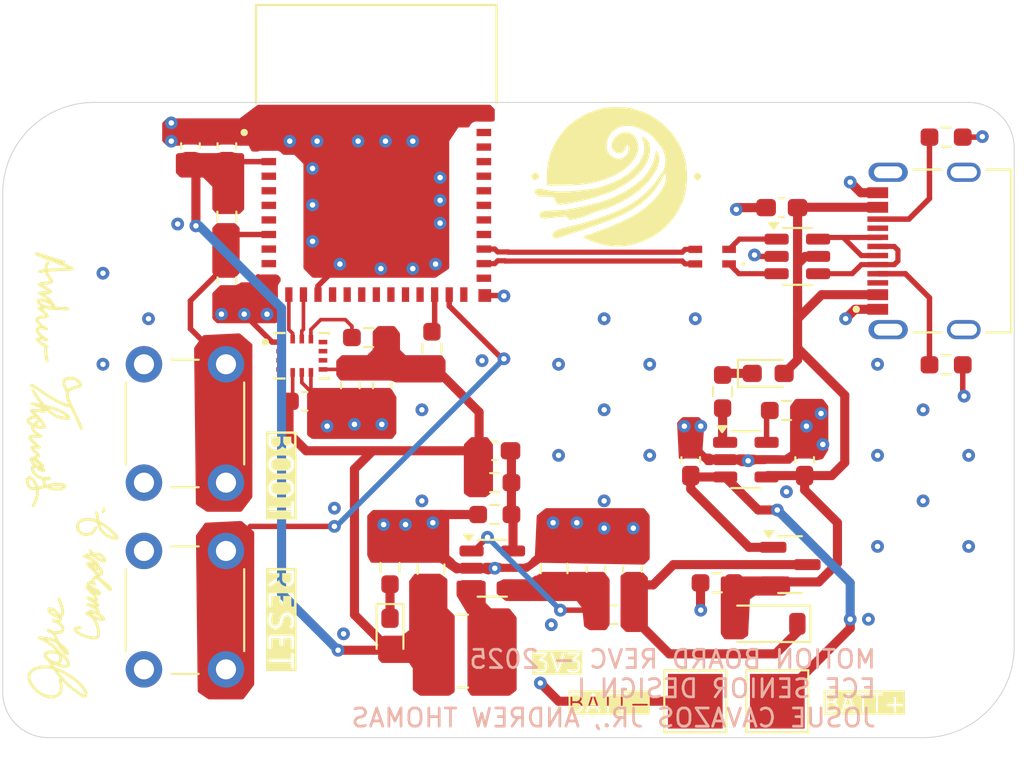
<source format=kicad_pcb>
(kicad_pcb (version 20240108) (generator "pcbnew") (generator_version "8.0")
  (title_block (title "Motion Board") (date "2025-02-20") (rev "C") (company "GlideSense Pro") (comment 1 "Josue Cavazos Jr.") (comment 2 "Andrew Thomas"))
  (layers (0 "F.Cu" signal) (1 "In1.Cu" power) (2 "In2.Cu" power) (31 "B.Cu" signal) (34 "B.Paste" user) (35 "F.Paste" user) (36 "B.SilkS" user "B.Silkscreen") (37 "F.SilkS" user "F.Silkscreen") (38 "B.Mask" user) (39 "F.Mask" user) (44 "Edge.Cuts" user))
  (net 0 "")
  (net 1 "GND")
  (net 2 "SCL")
  (net 3 "SDA")
  (net 4 "/MCU/GPIO9")
  (net 5 "+3V3")
  (net 6 "/MCU/GPIO8")
  (net 7 "/MCU/CHIP_PU")
  (net 8 "/MCU/USB_CONN_D+")
  (net 9 "/MCU/USB_CONN_D-")
  (net 10 "VBUS")
  (net 11 "/MCU/USB_CONN_CC1")
  (net 12 "/MCU/USB_CONN_CC2")
  (net 13 "/MCU/USB_CMC_D+")
  (net 14 "/MCU/USB_CMC_D-")
  (net 15 "/MCU/USB_D-")
  (net 16 "/MCU/USB_D+")
  (net 17 "VDD")
  (net 18 "VCC")
  (net 19 "/Power/BUCK_FB_3V3")
  (net 20 "+BATT")
  (net 50 "/Power/BUCK_SW_3V3")
  (net 57 "/Power/STAT")
  (net 58 "/Power/PROG")
  (net 59 "/Motion/CS")
  (net 60 "/Power/LED_PWR")
  (net 61 "/Power/LED_STAT")
  (footprint "Resistor_SMD:R_0603_1608Metric_Pad0.98x0.95mm_HandSolder" (layer "F.Cu") (at 159.1 116.8 90)
    (property "Reference" "R103" (hide yes))
    (property "Value" "1k")
  )
  (footprint "Resistor_SMD:R_0603_1608Metric_Pad0.98x0.95mm_HandSolder" (layer "F.Cu") (at 171.3625 115.33)
    (property "Reference" "R202" (hide yes))
    (property "Value" "5k1")
  )
  (footprint "Capacitor_SMD:C_0603_1608Metric_Pad1.08x0.95mm_HandSolder" (layer "F.Cu") (at 136.1725 117.3325)
    (property "Reference" "C301" (hide yes))
    (property "Value" "100n")
  )
  (footprint "Inductor_SMD:L_0603_1608Metric_Pad1.05x0.95mm_HandSolder" (layer "F.Cu") (at 153.15 129.05 180)
    (property "Reference" "FB100" (hide yes))
    (property "Value" "120R")
  )
  (footprint "Resistor_SMD:R_0603_1608Metric_Pad0.98x0.95mm_HandSolder" (layer "F.Cu") (at 146.6 121.8)
    (property "Reference" "R100" (hide yes))
    (property "Value" "100k")
  )
  (footprint "Button_Switch_THT:SW_PUSH_6mm" (layer "F.Cu") (at 127.349999 121.8 90)
    (property "Reference" "SW200" (hide yes))
    (property "Value" "SW_Omron_B3FS")
  )
  (footprint "Diode_SMD:D_SOD-123" (layer "F.Cu") (at 161.55 129.549999 180)
    (property "Reference" "D102" (hide yes))
    (property "Value" "B5819W")
  )
  (footprint "Package_TO_SOT_SMD:SOT-23" (layer "F.Cu") (at 162.8 126.3)
    (property "Reference" "Q100" (hide yes))
    (property "Value" "DMG3415U")
  )
  (footprint "Package_TO_SOT_SMD:SOT-23-6" (layer "F.Cu") (at 163.2 109.3775)
    (property "Reference" "U201" (hide yes))
    (property "Value" "USBLC6-2SC6")
  )
  (footprint "Capacitor_SMD:C_0603_1608Metric_Pad1.08x0.95mm_HandSolder" (layer "F.Cu") (at 162.35 106.7 180)
    (property "Reference" "C203" (hide yes))
    (property "Value" "100n")
  )
  (footprint "USB-C:PHOENIX_1332645" (layer "F.Cu") (at 174.9325 113.55 90)
    (property "Reference" "J200" (hide yes))
    (property "Value" "1332645")
  )
  (footprint "Capacitor_SMD:C_0603_1608Metric_Pad1.08x0.95mm_HandSolder" (layer "F.Cu") (at 152.15 126.55 90)
    (property "Reference" "C101" (hide yes))
    (property "Value" "1u")
  )
  (footprint "Resistor_SMD:R_0603_1608Metric_Pad0.98x0.95mm_HandSolder" (layer "F.Cu") (at 162.6 117.837501)
    (property "Reference" "R104" (hide yes))
    (property "Value" "25k")
  )
  (footprint "MountingHole:MountingHole_2.2mm_M2" (layer "F.Cu") (at 170.489268 130.8)
    (property "Reference" "H101" (hide yes))
    (property "Value" "MountingHole")
  )
  (footprint "MountingHole:MountingHole_2.2mm_M2" (layer "F.Cu") (at 124.6 105.925)
    (property "Reference" "H100" (hide yes))
    (property "Value" "MountingHole")
  )
  (footprint "Capacitor_SMD:C_0603_1608Metric_Pad1.08x0.95mm_HandSolder" (layer "F.Cu") (at 131.9 103.312499 90)
    (property "Reference" "C200" (hide yes))
    (property "Value" "100n")
  )
  (footprint "CMC:FIL_ACM2012-900-2P-T002" (layer "F.Cu") (at 158.53 109.39 180)
    (property "Reference" "FL200" (hide yes))
    (property "Value" "ACM2012-900-2P-T002")
  )
  (footprint "Capacitor_SMD:C_0603_1608Metric_Pad1.08x0.95mm_HandSolder" (layer "F.Cu") (at 154.15 126.55 90)
    (property "Reference" "C100" (hide yes))
    (property "Value" "1u")
  )
  (footprint "Capacitor_SMD:C_0603_1608Metric_Pad1.08x0.95mm_HandSolder" (layer "F.Cu") (at 138.6725 116.469999 -90)
    (property "Reference" "C302" (hide yes))
    (property "Value" "100n")
  )
  (footprint "Capacitor_SMD:C_0603_1608Metric_Pad1.08x0.95mm_HandSolder" (layer "F.Cu") (at 163.6 120.55 90)
    (property "Reference" "C105" (hide yes))
    (property "Value" "10u")
  )
  (footprint "Resistor_SMD:R_0603_1608Metric_Pad0.98x0.95mm_HandSolder" (layer "F.Cu") (at 139.6725 113.8325 180)
    (property "Reference" "R300" (hide yes))
    (property "Value" "0R")
  )
  (footprint "TestPoint:TestPoint_Pad_3.0x3.0mm" (layer "F.Cu") (at 157.6 133.8)
    (property "Reference" "TP201" (hide yes))
    (property "Value" "Battery-")
  )
  (footprint "Resistor_SMD:R_0603_1608Metric_Pad0.98x0.95mm_HandSolder" (layer "F.Cu") (at 158.8 127.3)
    (property "Reference" "R105" (hide yes))
    (property "Value" "100k")
  )
  (footprint "Button_Switch_THT:SW_PUSH_6mm" (layer "F.Cu") (at 127.349999 132.05 90)
    (property "Reference" "SW201" (hide yes))
    (property "Value" "SW_Omron_B3FS")
  )
  (footprint "Package_TO_SOT_SMD:SOT-23-5" (layer "F.Cu") (at 146.4625 126.499999)
    (property "Reference" "U100" (hide yes))
    (property "Value" "TLV62569DBV")
  )
  (footprint "Capacitor_SMD:C_0603_1608Metric_Pad1.08x0.95mm_HandSolder" (layer "F.Cu") (at 140.4225 116.469999 -90)
    (property "Reference" "C300" (hide yes))
    (property "Value" "10u")
  )
  (footprint "Capacitor_SMD:C_0805_2012Metric_Pad1.18x1.45mm_HandSolder" (layer "F.Cu") (at 149.85 126.5125 90)
    (property "Reference" "C102" (hide yes))
    (property "Value" "22u")
  )
  (footprint "Package_TO_SOT_SMD:SOT-23-5" (layer "F.Cu") (at 160.375 120.537501)
    (property "Reference" "U101" (hide yes))
    (property "Value" "MCP73831-2-OT")
  )
  (footprint "LOGO" (layer "F.Cu") (at 121.6 116.8 -90)
    (property "Reference" "G***" (hide yes))
    (property "Value" "LOGO" (hide yes))
  )
  (footprint "Resistor_SMD:R_0603_1608Metric_Pad0.98x0.95mm_HandSolder" (layer "F.Cu") (at 146.6 123.549999 180)
    (property "Reference" "R102" (hide yes))
    (property "Value" "22k")
  )
  (footprint "LED_SMD:LED_0603_1608Metric_Pad1.05x0.95mm_HandSolder" (layer "F.Cu") (at 161.6 115.8)
    (property "Reference" "D101" (hide yes))
    (property "Value" "RED")
  )
  (footprint "Capacitor_SMD:C_0603_1608Metric_Pad1.08x0.95mm_HandSolder" (layer "F.Cu") (at 129.9 103.312499 90)
    (property "Reference" "C201" (hide yes))
    (property "Value" "10u")
  )
  (footprint "ICM_42670_P:XDCR_ICM-42670-P" (layer "F.Cu") (at 136.01 114.8325)
    (property "Reference" "MT300" (hide yes))
    (property "Value" "ICM-42670-P")
  )
  (footprint "ESP32_C3_MINI_1_N4:XCVR_ESP32-C3-MINI-1-N4" (layer "F.Cu") (at 140.1 103.875)
    (property "Reference" "U200" (hide yes))
    (property "Value" "ESP32-C3-MINI-1-N4")
  )
  (footprint "LOGO" (layer "F.Cu") (at 153.2 105)
    (property "Reference" "G***" (hide yes))
    (property "Value" "LOGO" (hide yes))
  )
  (footprint "Capacitor_SMD:C_0603_1608Metric_Pad1.08x0.95mm_HandSolder" (layer "F.Cu") (at 157.35 120.55 90)
    (property "Reference" "C106" (hide yes))
    (property "Value" "10u")
  )
  (footprint "Power Inductor:IND_VLS4015CX-100M-H" (layer "F.Cu") (at 144.85 131.05 180)
    (property "Reference" "L100" (hide yes))
    (property "Value" "10u")
  )
  (footprint "Capacitor_SMD:C_0805_2012Metric_Pad1.18x1.45mm_HandSolder" (layer "F.Cu") (at 143.1 126.55 90)
    (property "Reference" "C103" (hide yes))
    (property "Value" "22u")
  )
  (footprint "Resistor_SMD:R_0603_1608Metric_Pad0.98x0.95mm_HandSolder" (layer "F.Cu") (at 131.9 107.175 -90)
    (property "Reference" "R200" (hide yes))
    (property "Value" "10k")
  )
  (footprint "TestPoint:TestPoint_Pad_3.0x3.0mm" (layer "F.Cu") (at 162.1 133.8)
    (property "Reference" "TP200" (hide yes))
    (property "Value" "Battery+")
  )
  (footprint "Capacitor_SMD:C_0603_1608Metric_Pad1.08x0.95mm_HandSolder" (layer "F.Cu") (at 131.9 110.675 -90)
    (property "Reference" "C202" (hide yes))
    (property "Value" "10u")
  )
  (footprint "Capacitor_SMD:C_0603_1608Metric_Pad1.08x0.95mm_HandSolder" (layer "F.Cu") (at 146.6 120.05)
    (property "Reference" "C104" (hide yes))
    (property "Value" "DNP")
  )
  (footprint "Resistor_SMD:R_0603_1608Metric_Pad0.98x0.95mm_HandSolder" (layer "F.Cu") (at 171.3625 102.83)
    (property "Reference" "R203" (hide yes))
    (property "Value" "5k1")
  )
  (footprint "Resistor_SMD:R_0603_1608Metric_Pad0.98x0.95mm_HandSolder" (layer "F.Cu") (at 140.85 126.4625 90)
    (property "Reference" "R101" (hide yes))
    (property "Value" "1k")
  )
  (footprint "Resistor_SMD:R_0603_1608Metric_Pad0.98x0.95mm_HandSolder" (layer "F.Cu") (at 143.15 114.425 90)
    (property "Reference" "R201" (hide yes))
    (property "Value" "10k")
  )
  (footprint "LED_SMD:LED_0603_1608Metric_Pad1.05x0.95mm_HandSolder" (layer "F.Cu") (at 140.85 130.125002 -90)
    (property "Reference" "D100" (hide yes))
    (property "Value" "GREEN")
  )
  (footprint "LOGO" (layer "F.Cu") (at 123.6 128.1 90)
    (property "Reference" "G***" (hide yes))
    (property "Value" "LOGO" (hide yes))
  )
  (gr_arc (start 175.1 130.8) (mid 173.635534 134.335534) (end 170.1 135.8) (stroke (width 0.05)) (layer "Edge.Cuts"))
  (gr_line (start 119.6 105.925) (end 119.6 133.3) (stroke (width 0.05)) (layer "Edge.Cuts"))
  (gr_line (start 122.1 135.8) (end 170.1 135.8) (stroke (width 0.05)) (layer "Edge.Cuts"))
  (gr_arc (start 119.6 105.925) (mid 121.064466 102.389466) (end 124.6 100.925) (stroke (width 0.05)) (layer "Edge.Cuts"))
  (gr_line (start 124.6 100.925) (end 172.6 100.925) (stroke (width 0.05)) (layer "Edge.Cuts"))
  (gr_line (start 175.1 103.425) (end 175.1 130.8) (stroke (width 0.05)) (layer "Edge.Cuts"))
  (gr_arc (start 172.6 100.925) (mid 174.367767 101.657233) (end 175.1 103.425) (stroke (width 0.05)) (layer "Edge.Cuts"))
  (gr_arc (start 122.1 135.8) (mid 120.332233 135.067767) (end 119.6 133.3) (stroke (width 0.05)) (layer "Edge.Cuts"))
  (gr_text "MOTION BOARD REVC - 2025\nECE SENIOR DESIGN I\nJOSUE CAVAZOS JR., ANDREW THOMAS" (at 167.6 135.3 0) (layer "B.SilkS") (effects (font (size 1 1)) (justify left bottom mirror)))
  (gr_text "BATT+" (at 164.5 134.5 0) (layer "F.SilkS" knockout) (effects (font (size 1 1) (thickness 0.1)) (justify left bottom)))
  (gr_text "3V3" (at 148.6 132.3 0) (layer "F.SilkS" knockout) (effects (font (size 1 1) (thickness 0.1)) (justify left bottom)))
  (gr_text "BOOT" (at 134.1 118.8 -90) (layer "F.SilkS" knockout) (effects (font (size 1.25 1.25)) (justify left bottom)))
  (gr_text "RESET" (at 134.1 126.3 -90) (layer "F.SilkS" knockout) (effects (font (size 1.25 1.25)) (justify left bottom)))
  (gr_text "BATT-" (at 150.5 134.5 0) (layer "F.SilkS" knockout) (effects (font (size 1 1) (thickness 0.1)) (justify left bottom)))
  (segment (start 136.01 115.745) (end 136.01 116.307499) (width 0.2) (layer "F.Cu") (net 1))
  (segment (start 166.37 112.28) (end 165.85 112.8) (width 0.5) (layer "F.Cu") (net 1))
  (segment (start 157.6 133.8) (end 150.1 133.8) (width 0.5) (layer "F.Cu") (net 1))
  (segment (start 143.650001 123.549999) (end 143.2 124) (width 0.5) (layer "F.Cu") (net 1))
  (segment (start 166.68 105.88) (end 166.1 105.3) (width 0.5) (layer "F.Cu") (net 1))
  (segment (start 136.51 116.807499) (end 137.035001 117.3325) (width 0.2) (layer "F.Cu") (net 1))
  (segment (start 172.275 102.83) (end 173.32 102.83) (width 0.3) (layer "F.Cu") (net 1))
  (segment (start 145.6875 123.549999) (end 143.650001 123.549999) (width 0.5) (layer "F.Cu") (net 1))
  (segment (start 136.9 111.475) (end 136.9 111) (width 0.3) (layer "F.Cu") (net 1))
  (segment (start 157.8875 127.3) (end 157.8875 128.7875) (width 0.5) (layer "F.Cu") (net 1))
  (segment (start 161.487499 106.7) (end 159.95 106.7) (width 0.5) (layer "F.Cu") (net 1))
  (segment (start 146.05 111.525) (end 147.075 111.525) (width 0.3) (layer "F.Cu") (net 1))
  (segment (start 173.32 102.83) (end 173.35 102.8) (width 0.3) (layer "F.Cu") (net 1))
  (segment (start 147.075 111.525) (end 147.1 111.55) (width 0.3) (layer "F.Cu") (net 1))
  (segment (start 136.01 116.307499) (end 137.035001 117.3325) (width 0.2) (layer "F.Cu") (net 1))
  (segment (start 167.612499 105.88) (end 166.68 105.88) (width 0.5) (layer "F.Cu") (net 1))
  (segment (start 150.1 133.8) (end 149.1 132.8) (width 0.5) (layer "F.Cu") (net 1))
  (segment (start 172.275 116.975) (end 172.35 117.05) (width 0.3) (layer "F.Cu") (net 1))
  (segment (start 172.275 115.33) (end 172.275 116.975) (width 0.3) (layer "F.Cu") (net 1))
  (segment (start 136.9 111) (end 138.1 109.8) (width 0.3) (layer "F.Cu") (net 1))
  (segment (start 167.6125 112.28) (end 166.37 112.28) (width 0.5) (layer "F.Cu") (net 1))
  (segment (start 136.51 115.745) (end 136.51 116.807499) (width 0.2) (layer "F.Cu") (net 1))
  (segment (start 159.95 106.7) (end 159.85 106.8) (width 0.5) (layer "F.Cu") (net 1))
  (segment (start 162.0625 109.3775) (end 160.9275 109.3775) (width 0.3) (layer "F.Cu") (net 1))
  (segment (start 160.9275 109.3775) (end 160.85 109.3) (width 0.3) (layer "F.Cu") (net 1))
  (segment (start 134.3825 114.0825) (end 132.85 112.55) (width 0.3) (layer "F.Cu") (net 1))
  (segment (start 134.8475 114.0825) (end 134.3825 114.0825) (width 0.3) (layer "F.Cu") (net 1))
  (segment (start 157.8875 128.7875) (end 157.9 128.8) (width 0.5) (layer "F.Cu") (net 1))
  (via (at 143.2 124) (size 0.7) (drill 0.3) (layers "F.Cu" "B.Cu") (net 1))
  (via (at 138.9 118.6) (size 0.7) (drill 0.3) (layers "F.Cu" "B.Cu") (net 1))
  (via (at 162.6 122.3) (size 0.7) (drill 0.3) (layers "F.Cu" "B.Cu") (net 1))
  (via (at 143.6 105.05) (size 0.7) (drill 0.3) (layers "F.Cu" "B.Cu") (net 1))
  (via (at 149.7 129.6) (size 0.7) (drill 0.3) (layers "F.Cu" "B.Cu") (net 1))
  (via (at 136.6 106.55) (size 0.7) (drill 0.3) (layers "F.Cu" "B.Cu") (net 1))
  (via (at 128.85 103.05) (size 0.7) (drill 0.3) (layers "F.Cu" "B.Cu") (net 1))
  (via (at 139.1 103.05) (size 0.7) (drill 0.3) (layers "F.Cu" "B.Cu") (net 1))
  (via (at 136.6 104.55) (size 0.7) (drill 0.3) (layers "F.Cu" "B.Cu") (net 1))
  (via (at 152.6 124.3) (size 0.7) (drill 0.3) (layers "F.Cu" "B.Cu") (net 1))
  (via (at 129.2 107.6) (size 0.7) (drill 0.3) (layers "F.Cu" "B.Cu") (net 1))
  (via (at 136.6 108.55) (size 0.7) (drill 0.3) (layers "F.Cu" "B.Cu") (net 1))
  (via (at 127.6 112.8) (size 0.7) (drill 0.3) (layers "F.Cu" "B.Cu") (net 1))
  (via (at 167.6 125.3) (size 0.7) (drill 0.3) (layers "F.Cu" "B.Cu") (net 1))
  (via (at 164.5 118) (size 0.7) (drill 0.3) (layers "F.Cu" "B.Cu") (net 1))
  (via (at 131.6 112.55) (size 0.7) (drill 0.3) (layers "F.Cu" "B.Cu") (net 1))
  (via (at 172.35 117.05) (size 0.7) (drill 0.3) (layers "F.Cu" "B.Cu") (net 1))
  (via (at 165.85 112.8) (size 0.7) (drill 0.3) (layers "F.Cu" "B.Cu") (net 1))
  (via (at 157.9 128.8) (size 0.7) (drill 0.3) (layers "F.Cu" "B.Cu") (net 1))
  (via (at 172.6 120.3) (size 0.7) (drill 0.3) (layers "F.Cu" "B.Cu") (net 1))
  (via (at 142.1 110.05) (size 0.7) (drill 0.3) (layers "F.Cu" "B.Cu") (net 1))
  (via (at 150.1 120.3) (size 0.7) (drill 0.3) (layers "F.Cu" "B.Cu") (net 1))
  (via (at 137.4 118.7) (size 0.7) (drill 0.3) (layers "F.Cu" "B.Cu") (net 1))
  (via (at 157.6 112.8) (size 0.7) (drill 0.3) (layers "F.Cu" "B.Cu") (net 1))
  (via (at 143.35 109.8) (size 0.7) (drill 0.3) (layers "F.Cu" "B.Cu") (net 1))
  (via (at 142.6 117.8) (size 0.7) (drill 0.3) (layers "F.Cu" "B.Cu") (net 1))
  (via (at 145.9 115.1) (size 0.7) (drill 0.3) (layers "F.Cu" "B.Cu") (net 1))
  (via (at 155.1 115.3) (size 0.7) (drill 0.3) (layers "F.Cu" "B.Cu") (net 1))
  (via (at 163.7 118.7) (size 0.7) (drill 0.3) (layers "F.Cu" "B.Cu") (net 1))
  (via (at 147.1 111.55) (size 0.7) (drill 0.3) (layers "F.Cu" "B.Cu") (net 1))
  (via (at 125.1 115.3) (size 0.7) (drill 0.3) (layers "F.Cu" "B.Cu") (net 1))
  (via (at 143.6 107.55) (size 0.7) (drill 0.3) (layers "F.Cu" "B.Cu") (net 1))
  (via (at 160.85 109.3) (size 0.7) (drill 0.3) (layers "F.Cu" "B.Cu") (net 1))
  (via (at 140.35 110.05) (size 0.7) (drill 0.3) (layers "F.Cu" "B.Cu") (net 1))
  (via (at 142.6 122.8) (size 0.7) (drill 0.3) (layers "F.Cu" "B.Cu") (net 1))
  (via (at 155.1 120.3) (size 0.7) (drill 0.3) (layers "F.Cu" "B.Cu") (net 1))
  (via (at 167.1 129.3) (size 0.7) (drill 0.3) (layers "F.Cu" "B.Cu") (net 1))
  (via (at 170.1 117.8) (size 0.7) (drill 0.3) (layers "F.Cu" "B.Cu") (net 1))
  (via (at 140.4 118.6) (size 0.7) (drill 0.3) (layers "F.Cu" "B.Cu") (net 1))
  (via (at 141.7 124.1) (size 0.7) (drill 0.3) (layers "F.Cu" "B.Cu") (net 1))
  (via (at 152.6 122.8) (size 0.7) (drill 0.3) (layers "F.Cu" "B.Cu") (net 1))
  (via (at 159.85 106.8) (size 0.7) (drill 0.3) (layers "F.Cu" "B.Cu") (net 1))
  (via (at 125.1 110.3) (size 0.7) (drill 0.3) (layers "F.Cu" "B.Cu") (net 1))
  (via (at 154.2 124.3) (size 0.7) (drill 0.3) (layers "F.Cu" "B.Cu") (net 1))
  (via (at 150.1 115.3) (size 0.7) (drill 0.3) (layers "F.Cu" "B.Cu") (net 1))
  (via (at 167.6 120.3) (size 0.7) (drill 0.3) (layers "F.Cu" "B.Cu") (net 1))
  (via (at 157 118.7) (size 0.7) (drill 0.3) (layers "F.Cu" "B.Cu") (net 1))
  (via (at 140.5 124.1) (size 0.7) (drill 0.3) (layers "F.Cu" "B.Cu") (net 1))
  (via (at 157.9 118.7) (size 0.7) (drill 0.3) (layers "F.Cu" "B.Cu") (net 1))
  (via (at 173.35 102.8) (size 0.7) (drill 0.3) (layers "F.Cu" "B.Cu") (net 1))
  (via (at 143.6 106.3) (size 0.7) (drill 0.3) (layers "F.Cu" "B.Cu") (net 1))
  (via (at 134.1 112.55) (size 0.7) (drill 0.3) (layers "F.Cu" "B.Cu") (net 1))
  (via (at 172.6 125.3) (size 0.7) (drill 0.3) (layers "F.Cu" "B.Cu") (net 1))
  (via (at 135.35 103.05) (size 0.7) (drill 0.3) (layers "F.Cu" "B.Cu") (net 1))
  (via (at 160.5 120.6) (size 0.7) (drill 0.3) (layers "F.Cu" "B.Cu") (net 1))
  (via (at 152.6 112.8) (size 0.7) (drill 0.3) (layers "F.Cu" "B.Cu") (net 1))
  (via (at 132.85 112.55) (size 0.7) (drill 0.3) (layers "F.Cu" "B.Cu") (net 1))
  (via (at 138.3 130.1) (size 0.7) (drill 0.3) (layers "F.Cu" "B.Cu") (net 1))
  (via (at 136.85 103.05) (size 0.7) (drill 0.3) (layers "F.Cu" "B.Cu") (net 1))
  (via (at 170.1 122.8) (size 0.7) (drill 0.3) (layers "F.Cu" "B.Cu") (net 1))
  (via (at 166.1 105.3) (size 0.7) (drill 0.3) (layers "F.Cu" "B.Cu") (net 1))
  (via (at 149.1 132.8) (size 0.7) (drill 0.3) (layers "F.Cu" "B.Cu") (net 1))
  (via (at 146.6 126.5) (size 0.7) (drill 0.3) (layers "F.Cu" "B.Cu") (net 1))
  (via (at 152.6 117.8) (size 0.7) (drill 0.3) (layers "F.Cu" "B.Cu") (net 1))
  (via (at 140.6 103.05) (size 0.7) (drill 0.3) (layers "F.Cu" "B.Cu") (net 1))
  (via (at 138.1 109.8) (size 0.7) (drill 0.3) (layers "F.Cu" "B.Cu") (net 1))
  (via (at 167.6 115.3) (size 0.7) (drill 0.3) (layers "F.Cu" "B.Cu") (net 1))
  (via (at 128.85 102.05) (size 0.7) (drill 0.3) (layers "F.Cu" "B.Cu") (net 1))
  (via (at 142.1 103.05) (size 0.7) (drill 0.3) (layers "F.Cu" "B.Cu") (net 1))
  (via (at 151.1 124) (size 0.7) (drill 0.3) (layers "F.Cu" "B.Cu") (net 1))
  (via (at 164.6 119.7) (size 0.7) (drill 0.3) (layers "F.Cu" "B.Cu") (net 1))
  (via (at 137.8 123.2) (size 0.7) (drill 0.3) (layers "F.Cu" "B.Cu") (net 1))
  (via (at 149.8 124) (size 0.7) (drill 0.3) (layers "F.Cu" "B.Cu") (net 1))
  (segment (start 136.1 113.385) (end 136.1 111.475) (width 0.2) (layer "F.Cu") (net 2))
  (segment (start 136.01 113.475) (end 136.1 113.385) (width 0.2) (layer "F.Cu") (net 2))
  (segment (start 136.01 113.92) (end 136.01 113.475) (width 0.2) (layer "F.Cu") (net 2))
  (segment (start 135.3 113.4) (end 135.3 111.475) (width 0.2) (layer "F.Cu") (net 3))
  (segment (start 135.51 113.61) (end 135.3 113.4) (width 0.2) (layer "F.Cu") (net 3))
  (segment (start 135.51 113.92) (end 135.51 113.61) (width 0.2) (layer "F.Cu") (net 3))
  (segment (start 137.8 124.2) (end 133.199998 124.2) (width 0.3) (layer "F.Cu") (net 4))
  (segment (start 147 115) (end 147.1 115) (width 0.3) (layer "F.Cu") (net 4))
  (segment (start 144.1 112.1) (end 144.7 112.7) (width 0.3) (layer "F.Cu") (net 4))
  (segment (start 144.7 112.7) (end 147 115) (width 0.3) (layer "F.Cu") (net 4))
  (segment (start 133.199998 124.2) (end 131.849999 125.549999) (width 0.3) (layer "F.Cu") (net 4))
  (segment (start 144.1 111.475) (end 144.1 112.1) (width 0.3) (layer "F.Cu") (net 4))
  (via (at 137.8 124.2) (size 0.7) (drill 0.3) (layers "F.Cu" "B.Cu") (net 4))
  (via (at 147.1 115) (size 0.7) (drill 0.3) (layers "F.Cu" "B.Cu") (net 4))
  (segment (start 137.9 124.2) (end 137.8 124.2) (width 0.3) (layer "B.Cu") (net 4))
  (segment (start 147.1 115) (end 137.9 124.2) (width 0.3) (layer "B.Cu") (net 4))
  (segment (start 145.737499 117.924999) (end 143.15 115.3375) (width 0.5) (layer "F.Cu") (net 5))
  (segment (start 137.1725 115.5825) (end 138.647502 115.5825) (width 0.2) (layer "F.Cu") (net 5))
  (segment (start 140.85 131.000001) (end 138.000001 131.000001) (width 0.5) (layer "F.Cu") (net 5))
  (segment (start 139.9 120.05) (end 136.25 120.05) (width 0.5) (layer "F.Cu") (net 5))
  (segment (start 135.51 115.745) (end 135.51 117.132499) (width 0.2) (layer "F.Cu") (net 5))
  (segment (start 138.000001 131.000001) (end 138 131) (width 0.5) (layer "F.Cu") (net 5))
  (segment (start 130.2 104.475) (end 129.9 104.175) (width 0.5) (layer "F.Cu") (net 5))
  (segment (start 135.309999 119.109999) (end 135.309999 117.3325) (width 0.5) (layer "F.Cu") (net 5))
  (segment (start 130.2 107.7) (end 130.2 104.475) (width 0.5) (layer "F.Cu") (net 5))
  (segment (start 140.85 131.000001) (end 138.9 129.050001) (width 0.5) (layer "F.Cu") (net 5))
  (segment (start 138.647502 115.5825) (end 138.6725 115.607498) (width 0.2) (layer "F.Cu") (net 5))
  (segment (start 145.737499 120.05) (end 139.9 120.05) (width 0.5) (layer "F.Cu") (net 5))
  (segment (start 138.9 121.05) (end 139.9 120.05) (width 0.5) (layer "F.Cu") (net 5))
  (segment (start 134.2 104.175) (end 131.9 104.175) (width 0.3) (layer "F.Cu") (net 5))
  (segment (start 135.51 117.132499) (end 135.309999 117.3325) (width 0.2) (layer "F.Cu") (net 5))
  (segment (start 145.737499 120.05) (end 145.737499 117.924999) (width 0.5) (layer "F.Cu") (net 5))
  (segment (start 136.25 120.05) (end 135.309999 119.109999) (width 0.5) (layer "F.Cu") (net 5))
  (segment (start 138.9 129.050001) (end 138.9 121.05) (width 0.5) (layer "F.Cu") (net 5))
  (via (at 130.2 107.7) (size 0.7) (drill 0.3) (layers "F.Cu" "B.Cu") (net 5))
  (via (at 138 131) (size 0.7) (drill 0.3) (layers "F.Cu" "B.Cu") (net 5))
  (segment (start 134.9 112.218629) (end 130.381371 107.7) (width 0.5) (layer "B.Cu") (net 5))
  (segment (start 130.381371 107.7) (end 130.2 107.7) (width 0.5) (layer "B.Cu") (net 5))
  (segment (start 138 131) (end 134.9 127.9) (width 0.5) (layer "B.Cu") (net 5))
  (segment (start 134.9 127.9) (end 134.9 112.218629) (width 0.5) (layer "B.Cu") (net 5))
  (segment (start 143.3 113.3625) (end 143.15 113.5125) (width 0.3) (layer "F.Cu") (net 6))
  (segment (start 143.3 111.475) (end 143.3 113.3625) (width 0.3) (layer "F.Cu") (net 6))
  (segment (start 131.9875 108.175) (end 131.9 108.0875) (width 0.3) (layer "F.Cu") (net 7))
  (segment (start 134.2 108.175) (end 131.9875 108.175) (width 0.3) (layer "F.Cu") (net 7))
  (segment (start 131.849999 115.299999) (end 129.9 113.35) (width 0.3) (layer "F.Cu") (net 7))
  (segment (start 129.9 111.812499) (end 131.9 109.812499) (width 0.3) (layer "F.Cu") (net 7))
  (segment (start 129.9 113.35) (end 129.9 111.812499) (width 0.3) (layer "F.Cu") (net 7))
  (segment (start 164.3375 108.4275) (end 164.427 108.338) (width 0.284) (layer "F.Cu") (net 8))
  (segment (start 167.6125 109.33) (end 166.708499 109.33) (width 0.284) (layer "F.Cu") (net 8))
  (segment (start 166.708499 109.33) (end 165.716499 108.338) (width 0.284) (layer "F.Cu") (net 8))
  (segment (start 165.69 108.338) (end 167.79 108.338) (width 0.284) (layer "F.Cu") (net 8))
  (segment (start 164.427 108.338) (end 165.69 108.338) (width 0.284) (layer "F.Cu") (net 8))
  (segment (start 165.716499 108.338) (end 165.69 108.338) (width 0.284) (layer "F.Cu") (net 8))
  (segment (start 166.7085 109.83) (end 167.6125 109.83) (width 0.284) (layer "F.Cu") (net 9))
  (segment (start 168.72 109.0335) (end 168.5165 108.83) (width 0.284) (layer "F.Cu") (net 9))
  (segment (start 166.211 110.3275) (end 166.7085 109.83) (width 0.284) (layer "F.Cu") (net 9))
  (segment (start 168.5165 109.83) (end 168.72 109.6265) (width 0.284) (layer "F.Cu") (net 9))
  (segment (start 164.3375 110.3275) (end 166.211 110.3275) (width 0.284) (layer "F.Cu") (net 9))
  (segment (start 167.6125 109.83) (end 168.5165 109.83) (width 0.284) (layer "F.Cu") (net 9))
  (segment (start 168.72 109.6265) (end 168.72 109.0335) (width 0.284) (layer "F.Cu") (net 9))
  (segment (start 168.5165 108.83) (end 167.612499 108.83) (width 0.284) (layer "F.Cu") (net 9))
  (segment (start 163.212501 115.062498) (end 162.474999 115.8) (width 0.5) (layer "F.Cu") (net 10))
  (segment (start 164.532501 111.48) (end 163.212501 112.8) (width 0.5) (layer "F.Cu") (net 10))
  (segment (start 167.612499 111.48) (end 164.532501 111.48) (width 0.5) (layer "F.Cu") (net 10))
  (segment (start 163.6 122.2) (end 163.6 121.412501) (width 0.5) (layer "F.Cu") (net 10))
  (segment (start 163.212501 114.3) (end 163.212501 115.062498) (width 0.5) (layer "F.Cu") (net 10))
  (segment (start 165.4 124) (end 163.6 122.2) (width 0.5) (layer "F.Cu") (net 10))
  (segment (start 165.8 117) (end 163.212501 114.412501) (width 0.5) (layer "F.Cu") (net 10))
  (segment (start 161.5875 121.412501) (end 161.5125 121.487501) (width 0.5) (layer "F.Cu") (net 10))
  (segment (start 163.212501 114.412501) (end 163.212501 114.3) (width 0.5) (layer "F.Cu") (net 10))
  (segment (start 163.232501 106.68) (end 163.212501 106.7) (width 0.5) (layer "F.Cu") (net 10))
  (segment (start 163.635001 109.3775) (end 163.212501 109.8) (width 0.5) (layer "F.Cu") (net 10))
  (segment (start 165.4 126.227685) (end 165.4 124) (width 0.5) (layer "F.Cu") (net 10))
  (segment (start 163.212501 106.7) (end 163.212501 109.8) (width 0.5) (layer "F.Cu") (net 10))
  (segment (start 164.3375 109.3775) (end 163.635001 109.3775) (width 0.5) (layer "F.Cu") (net 10))
  (segment (start 163.6 121.412501) (end 165.087499 121.412501) (width 0.5) (layer "F.Cu") (net 10))
  (segment (start 163.212501 112.8) (end 163.212501 114.3) (width 0.5) (layer "F.Cu") (net 10))
  (segment (start 163.212501 109.8) (end 163.212501 112.8) (width 0.5) (layer "F.Cu") (net 10))
  (segment (start 165.087499 121.412501) (end 165.8 120.7) (width 0.5) (layer "F.Cu") (net 10))
  (segment (start 167.6125 106.68) (end 163.232501 106.68) (width 0.5) (layer "F.Cu") (net 10))
  (segment (start 163.6 121.412501) (end 161.5875 121.412501) (width 0.5) (layer "F.Cu") (net 10))
  (segment (start 164.377685 127.25) (end 165.4 126.227685) (width 0.5) (layer "F.Cu") (net 10))
  (segment (start 165.8 120.7) (end 165.8 117) (width 0.5) (layer "F.Cu") (net 10))
  (segment (start 161.8625 127.25) (end 164.377685 127.25) (width 0.5) (layer "F.Cu") (net 10))
  (segment (start 167.6125 110.33) (end 169.13 110.33) (width 0.3) (layer "F.Cu") (net 11))
  (segment (start 170.45 111.65) (end 170.45 115.33) (width 0.3) (layer "F.Cu") (net 11))
  (segment (start 169.13 110.33) (end 170.45 111.65) (width 0.3) (layer "F.Cu") (net 11))
  (segment (start 170.45 106.2) (end 170.45 102.83) (width 0.3) (layer "F.Cu") (net 12))
  (segment (start 169.32 107.33) (end 170.45 106.2) (width 0.3) (layer "F.Cu") (net 12))
  (segment (start 167.6125 107.33) (end 169.32 107.33) (width 0.3) (layer "F.Cu") (net 12))
  (segment (start 160.0175 108.4275) (end 159.455 108.99) (width 0.284) (layer "F.Cu") (net 13))
  (segment (start 162.0625 108.4275) (end 160.0175 108.4275) (width 0.284) (layer "F.Cu") (net 13))
  (segment (start 159.9925 110.3275) (end 159.455 109.79) (width 0.284) (layer "F.Cu") (net 14))
  (segment (start 162.0625 110.3275) (end 159.9925 110.3275) (width 0.284) (layer "F.Cu") (net 14))
  (segment (start 157.042499 109.79) (end 156.884499 109.632) (width 0.284) (layer "F.Cu") (net 15))
  (segment (start 147.164783 109.632) (end 147.149783 109.617) (width 0.284) (layer "F.Cu") (net 15))
  (segment (start 156.884499 109.632) (end 147.164783 109.632) (width 0.284) (layer "F.Cu") (net 15))
  (segment (start 147.149783 109.617) (end 146.758001 109.617) (width 0.284) (layer "F.Cu") (net 15))
  (segment (start 157.605 109.79) (end 157.042499 109.79) (width 0.284) (layer "F.Cu") (net 15))
  (segment (start 146.600001 109.775) (end 146 109.775) (width 0.284) (layer "F.Cu") (net 15))
  (segment (start 146.758001 109.617) (end 146.600001 109.775) (width 0.284) (layer "F.Cu") (net 15))
  (segment (start 156.884499 109.148) (end 147.35 109.148) (width 0.284) (layer "F.Cu") (net 16))
  (segment (start 157.042499 108.99) (end 156.884499 109.148) (width 0.284) (layer "F.Cu") (net 16))
  (segment (start 146.758001 109.133) (end 146.600001 108.975) (width 0.284) (layer "F.Cu") (net 16))
  (segment (start 147.35 109.148) (end 147.335 109.133) (width 0.284) (layer "F.Cu") (net 16))
  (segment (start 157.605 108.99) (end 157.042499 108.99) (width 0.284) (layer "F.Cu") (net 16))
  (segment (start 146.600001 108.975) (end 146 108.975) (width 0.284) (layer "F.Cu") (net 16))
  (segment (start 147.335 109.133) (end 146.758001 109.133) (width 0.284) (layer "F.Cu") (net 16))
  (segment (start 156.4 126.3) (end 155.287499 127.412501) (width 0.5) (layer "F.Cu") (net 17))
  (segment (start 163.2 130) (end 162 131.2) (width 0.5) (layer "F.Cu") (net 17))
  (segment (start 163.737501 126.3) (end 156.4 126.3) (width 0.5) (layer "F.Cu") (net 17))
  (segment (start 163.2 129.549999) (end 163.2 130) (width 0.5) (layer "F.Cu") (net 17))
  (segment (start 156.174999 131.2) (end 154.024999 129.05) (width 0.5) (layer "F.Cu") (net 17))
  (segment (start 155.287499 127.412501) (end 154.15 127.412501) (width 0.5) (layer "F.Cu") (net 17))
  (segment (start 162 131.2) (end 156.174999 131.2) (width 0.5) (layer "F.Cu") (net 17))
  (segment (start 150.2 128.8) (end 152.025001 128.8) (width 0.3) (layer "F.Cu") (net 18))
  (segment (start 145.45 125.55) (end 146.2 124.8) (width 0.3) (layer "F.Cu") (net 18))
  (segment (start 152.025001 128.8) (end 152.275001 129.05) (width 0.3) (layer "F.Cu") (net 18))
  (segment (start 145.325 125.55) (end 145.45 125.55) (width 0.3) (layer "F.Cu") (net 18))
  (via (at 150.2 128.8) (size 0.7) (drill 0.3) (layers "F.Cu" "B.Cu") (net 18))
  (via (at 146.2 124.8) (size 0.7) (drill 0.3) (layers "F.Cu" "B.Cu") (net 18))
  (segment (start 146.2 124.8) (end 150.2 128.8) (width 0.3) (layer "B.Cu") (net 18))
  (segment (start 147.5125 120.099999) (end 147.462501 120.05) (width 0.5) (layer "F.Cu") (net 19))
  (segment (start 147.6 123.637499) (end 147.5125 123.549999) (width 0.5) (layer "F.Cu") (net 19))
  (segment (start 147.6 125.55) (end 147.6 123.637499) (width 0.5) (layer "F.Cu") (net 19))
  (segment (start 147.5125 123.549999) (end 147.5125 121.8) (width 0.5) (layer "F.Cu") (net 19))
  (segment (start 147.5125 121.8) (end 147.5125 120.099999) (width 0.5) (layer "F.Cu") (net 19))
  (segment (start 161.049999 123.3) (end 159.2375 121.487501) (width 0.5) (layer "F.Cu") (net 20))
  (segment (start 166.1 129.8) (end 166.1 129.3) (width 0.5) (layer "F.Cu") (net 20))
  (segment (start 160.55 125.35) (end 157.35 122.15) (width 0.5) (layer "F.Cu") (net 20))
  (segment (start 161.8625 125.35) (end 160.55 125.35) (width 0.5) (layer "F.Cu") (net 20))
  (segment (start 157.35 122.15) (end 157.35 121.412501) (width 0.5) (layer "F.Cu") (net 20))
  (segment (start 162.1 133.8) (end 166.1 129.8) (width 0.5) (layer "F.Cu") (net 20))
  (segment (start 159.2375 121.487501) (end 157.425 121.487501) (width 0.5) (layer "F.Cu") (net 20))
  (segment (start 162.1 123.3) (end 161.049999 123.3) (width 0.5) (layer "F.Cu") (net 20))
  (segment (start 157.425 121.487501) (end 157.35 121.412501) (width 0.5) (layer "F.Cu") (net 20))
  (via (at 162.1 123.3) (size 0.7) (drill 0.3) (layers "F.Cu" "B.Cu") (net 20))
  (via (at 166.1 129.3) (size 0.7) (drill 0.3) (layers "F.Cu" "B.Cu") (net 20))
  (segment (start 166.1 129.3) (end 166.1 127.3) (width 0.5) (layer "B.Cu") (net 20))
  (segment (start 166.1 127.3) (end 162.1 123.3) (width 0.5) (layer "B.Cu") (net 20))
  (segment (start 159.1 117.7125) (end 159.1 119.450001) (width 0.5) (layer "F.Cu") (net 57))
  (segment (start 159.1 119.450001) (end 159.2375 119.587501) (width 0.5) (layer "F.Cu") (net 57))
  (segment (start 161.5125 119.587501) (end 161.5125 118.012501) (width 0.3) (layer "F.Cu") (net 58))
  (segment (start 161.5125 118.012501) (end 161.6875 117.837501) (width 0.3) (layer "F.Cu") (net 58))
  (segment (start 138.76 113.21) (end 138.76 113.8325) (width 0.2) (layer "F.Cu") (net 59))
  (segment (start 136.51 113.39) (end 137.05 112.85) (width 0.2) (layer "F.Cu") (net 59))
  (segment (start 138.4 112.85) (end 138.76 113.21) (width 0.2) (layer "F.Cu") (net 59))
  (segment (start 137.05 112.85) (end 138.4 112.85) (width 0.2) (layer "F.Cu") (net 59))
  (segment (start 136.51 113.92) (end 136.51 113.39) (width 0.2) (layer "F.Cu") (net 59))
  (segment (start 140.85 129.250003) (end 140.85 127.375) (width 0.5) (layer "F.Cu") (net 60))
  (segment (start 160.725001 115.8) (end 159.1875 115.8) (width 0.5) (layer "F.Cu") (net 61))
  (segment (start 159.1875 115.8) (end 159.1 115.8875) (width 0.5) (layer "F.Cu") (net 61))
  (zone (net 7) (net_name "/MCU/CHIP_PU") (layer "F.Cu") (priority 16) (connect_pads yes (clearance 0.4)) (min_thickness 0.25) (fill yes (thermal_gap 0.5) (thermal_bridge_width 0.5))
    (polygon (pts (xy 130.2 123) (xy 130.8 123.4) (xy 132.7 123.4) (xy 133.3 122.6) (xy 133.3 114.2) (xy 132.6 113.6) (xy 130.6 113.7) (xy 130.1 114.4)))
  )
  (zone (net 17) (net_name "VDD") (layer "F.Cu") (priority 8) (connect_pads yes (clearance 0.4)) (min_thickness 0.25) (fill yes (thermal_gap 0.5) (thermal_bridge_width 0.5))
    (polygon (pts (xy 153.5 126.9) (xy 153.8 126.7) (xy 154.7 126.7) (xy 155 127) (xy 155 129.7) (xy 154.6 130) (xy 153.8 130) (xy 153.5 129.7)))
  )
  (zone (net 10) (net_name "VBUS") (layer "F.Cu") (priority 7) (connect_pads yes (clearance 0.4)) (min_thickness 0.25) (fill yes (thermal_gap 0.5) (thermal_bridge_width 0.5))
    (polygon (pts (xy 159 127) (xy 159.3 126.7) (xy 162.6 126.7) (xy 162.8 127) (xy 162.8 127.8) (xy 162.5 128) (xy 160.9 128) (xy 160.6 128.2) (xy 160.5 130.2) (xy 160.2 130.4) (xy 159.2 130.4) (xy 159 130.1)))
  )
  (zone (net 1) (net_name "GND") (layer "F.Cu") (priority 6) (connect_pads yes (clearance 0.4)) (min_thickness 0.25) (fill yes (thermal_gap 0.5) (thermal_bridge_width 0.5))
    (polygon (pts (xy 156.6 118.5) (xy 156.9 118.2) (xy 157.8 118.2) (xy 158.1 118.5) (xy 158 120) (xy 158.2 120.2) (xy 162.5 120.3) (xy 162.8 120.1) (xy 162.8 117.6) (xy 163.1 117.2) (xy 164.6 117.2) (xy 164.9 117.6) (xy 164.9 120) (xy 164.6 120.5) (xy 163.7 120.7) (xy 163.1 120.7) (xy 162.8 120.9) (xy 158.2 120.9) (xy 157.9 120.7) (xy 156.8 120.7) (xy 156.7 120.5)))
  )
  (zone (net 1) (net_name "GND") (layer "F.Cu") (priority 10) (connect_pads yes (clearance 0.4)) (min_thickness 0.25) (fill yes (thermal_gap 0.5) (thermal_bridge_width 0.5))
    (polygon (pts (xy 139.6 123.6) (xy 139.6 125.8) (xy 139.8 126.2) (xy 143.6 126.2) (xy 144.6 126.9) (xy 146.1 126.9) (xy 146.7 126.7) (xy 148.4 126.7) (xy 149.1 126.2) (xy 154.8 126.3) (xy 155.1 126) (xy 155.1 123.6) (xy 154.8 123.2) (xy 149.4 123.2) (xy 148.9 123.6) (xy 148.8 125.8) (xy 148.3 126.2) (xy 144.6 126.2) (xy 144.1 125.8) (xy 144.1 123.6) (xy 143.9 123.3) (xy 139.9 123.3)))
  )
  (zone (net 18) (net_name "VCC") (layer "F.Cu") (priority 9) (connect_pads yes (clearance 0.4)) (min_thickness 0.25) (fill yes (thermal_gap 0.5) (thermal_bridge_width 0.5))
    (polygon (pts (xy 146.7 127.3) (xy 147.1 126.9) (xy 148.9 126.9) (xy 149.2 126.7) (xy 152.6 126.7) (xy 152.9 127.1) (xy 152.9 129.6) (xy 152.7 129.9) (xy 151.8 129.9) (xy 151.5 129.7) (xy 151.4 128.7) (xy 151.1 128.3) (xy 147.2 128.3) (xy 146.7 127.9)))
  )
  (zone (net 1) (net_name "GND") (layer "F.Cu") (priority 4) (connect_pads yes (clearance 0.4)) (min_thickness 0.25) (fill yes (thermal_gap 0.5) (thermal_bridge_width 0.5))
    (polygon (pts (xy 131.1 111.05) (xy 131.35 110.8) (xy 133.1 110.8) (xy 133.35 110.55) (xy 133.35 110.55) (xy 133.6 110.3) (xy 134.6 110.3) (xy 134.85 110.55) (xy 134.85 112.8) (xy 134.6 113.05) (xy 131.35 113.05) (xy 131.1 112.8)))
  )
  (zone (net 1) (net_name "GND") (layer "F.Cu") (priority 3) (connect_pads yes (clearance 0.4)) (min_thickness 0.25) (fill yes (thermal_gap 0.5) (thermal_bridge_width 0.5))
    (polygon (pts (xy 128.35 102.55) (xy 128.35 102.05) (xy 128.6 101.8) (xy 132.6 101.8) (xy 133.6 101.05) (xy 146.35 101.05) (xy 146.6 101.3) (xy 146.6 102.05) (xy 146.35 102.3) (xy 144.6 102.3) (xy 144.1 103.05) (xy 144.1 103.8) (xy 144.1 110.05) (xy 143.35 110.55) (xy 136.6 110.55) (xy 136.1 110.05) (xy 136.1 104.3) (xy 135.6 103.8) (xy 134.85 103.8) (xy 133.35 103.8) (xy 133.1 103.3) (xy 128.6 103.3) (xy 128.35 103.05)))
  )
  (zone (net 5) (net_name "+3V3") (layer "F.Cu") (priority 14) (connect_pads yes (clearance 0.4)) (min_thickness 0.25) (fill yes (thermal_gap 0.5) (thermal_bridge_width 0.5))
    (polygon (pts (xy 137.9 115.9) (xy 137.9 115.1) (xy 138.2 114.8) (xy 139.6 114.8) (xy 139.9 114.5) (xy 139.9 113.5) (xy 140.2 113.2) (xy 141.1 113.2) (xy 141.4 113.6) (xy 141.4 114.5) (xy 141.7 114.8) (xy 143.7 114.8) (xy 143.9 115.1) (xy 143.9 116.1) (xy 143.7 116.3) (xy 138.2 116.3)))
  )
  (zone (net 4) (net_name "/MCU/GPIO9") (layer "F.Cu") (priority 16) (connect_pads yes (clearance 0.4)) (min_thickness 0.25) (fill yes (thermal_gap 0.5) (thermal_bridge_width 0.5))
    (polygon (pts (xy 130.3 133.3) (xy 130.9 133.7) (xy 132.8 133.7) (xy 133.4 132.9) (xy 133.4 124.5) (xy 132.7 123.9) (xy 130.7 124) (xy 130.2 124.7)))
  )
  (zone (net 5) (net_name "+3V3") (layer "F.Cu") (connect_pads yes (clearance 0.4)) (min_thickness 0.25) (fill yes (thermal_gap 0.5) (thermal_bridge_width 0.5))
    (polygon (pts (xy 129.1 103.8) (xy 129.35 103.55) (xy 132.6 103.55) (xy 132.85 103.8) (xy 132.85 106.8) (xy 132.6 107.05) (xy 131.35 107.05) (xy 131.1 106.8) (xy 131.1 105.55) (xy 130.6 105.05) (xy 129.35 105.05) (xy 129.1 104.8)))
  )
  (zone (net 50) (net_name "/Power/BUCK_SW_3V3") (layer "F.Cu") (priority 12) (connect_pads yes (clearance 0.4)) (min_thickness 0.25) (fill yes (thermal_gap 0.5) (thermal_bridge_width 0.5))
    (polygon (pts (xy 147.4 133.5) (xy 147.8 133.2) (xy 147.8 129.2) (xy 147.4 128.7) (xy 146.4 128.7) (xy 146.1 128.4) (xy 146.1 127.3) (xy 146 127) (xy 144.7 127) (xy 144.5 127.2) (xy 144.5 128) (xy 145.1 129) (xy 145.1 133.2) (xy 145.3 133.5)))
  )
  (zone (net 1) (net_name "GND") (layer "F.Cu") (priority 15) (connect_pads yes (clearance 0.4)) (min_thickness 0.25) (fill yes (thermal_gap 0.5) (thermal_bridge_width 0.5))
    (polygon (pts (xy 136.3 116.9) (xy 136.6 116.6) (xy 140.9 116.6) (xy 141.2 117.1) (xy 141.2 119.1) (xy 140.9 119.5) (xy 136.7 119.5) (xy 136.3 119.2)))
  )
  (zone (net 5) (net_name "+3V3") (layer "F.Cu") (priority 13) (connect_pads yes (clearance 0.4)) (min_thickness 0.25) (fill yes (thermal_gap 0.5) (thermal_bridge_width 0.5))
    (polygon (pts (xy 143.6 126.8) (xy 144 127.1) (xy 144 128.7) (xy 144.4 129.1) (xy 144.4 133.3) (xy 144.1 133.5) (xy 142.5 133.5) (xy 142.1 133.2) (xy 142.1 132) (xy 141.9 131.7) (xy 140.4 131.7) (xy 140.2 131.5) (xy 140.2 130.4) (xy 140.5 130.2) (xy 141.5 130.2) (xy 141.9 129.9) (xy 141.9 127.2) (xy 142.2 126.8)))
  )
  (zone (net 5) (net_name "+3V3") (layer "F.Cu") (priority 11) (connect_pads yes (clearance 0.4)) (min_thickness 0.25) (fill yes (thermal_gap 0.5) (thermal_bridge_width 0.5))
    (polygon (pts (xy 144.9 119.7) (xy 145.3 119.3) (xy 146.2 119.3) (xy 146.5 119.7) (xy 146.5 122.3) (xy 146.1 122.6) (xy 145.2 122.6) (xy 144.9 122.4)))
  )
  (zone (net 7) (net_name "/MCU/CHIP_PU") (layer "F.Cu") (priority 5) (connect_pads yes (clearance 0.4)) (min_thickness 0.25) (fill yes (thermal_gap 0.5) (thermal_bridge_width 0.5))
    (polygon (pts (xy 131.1 107.8) (xy 131.35 107.55) (xy 132.35 107.55) (xy 132.6 107.8) (xy 132.6 110.3) (xy 132.35 110.55) (xy 131.35 110.55) (xy 131.1 110.3)))
  )
)
</source>
